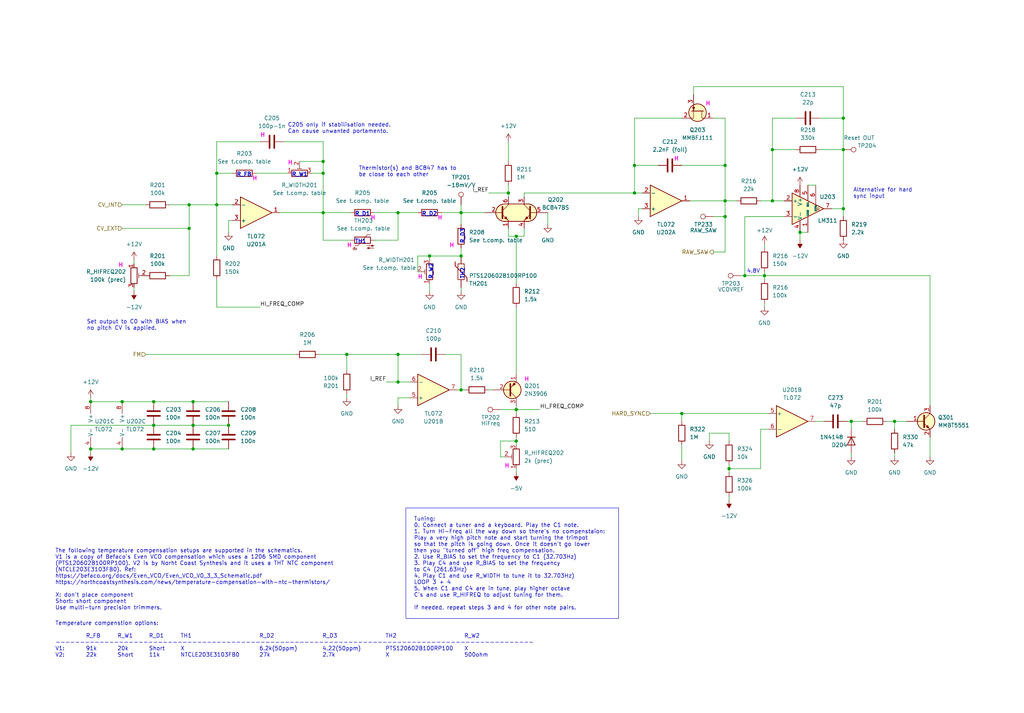
<source format=kicad_sch>
(kicad_sch (version 20231120) (generator "eeschema") (generator_version "8.0")
  (paper "User" 329.997 229.997)
  (title_block (title "VCO Core") (rev "proto v2"))
  (junction (at 69.85 66.04))
  (junction (at 104.14 68.58))
  (junction (at 163.83 62.23))
  (junction (at 219.71 133.35))
  (junction (at 128.27 114.3))
  (junction (at 29.21 129.54))
  (junction (at 60.96 73.66))
  (junction (at 274.32 135.89))
  (junction (at 234.95 151.13))
  (junction (at 104.14 55.88))
  (junction (at 248.92 64.77))
  (junction (at 233.68 69.85))
  (junction (at 39.37 144.78))
  (junction (at 271.78 48.26))
  (junction (at 128.27 123.19))
  (junction (at 49.53 144.78))
  (junction (at 246.38 88.9))
  (junction (at 69.85 55.88))
  (junction (at 73.66 137.16))
  (junction (at 62.23 137.16))
  (junction (at 240.03 88.9))
  (junction (at 257.81 74.93))
  (junction (at 62.23 144.78))
  (junction (at 39.37 129.54))
  (junction (at 60.96 66.04))
  (junction (at 271.78 67.31))
  (junction (at 49.53 137.16))
  (junction (at 166.37 132.08))
  (junction (at 166.37 142.24))
  (junction (at 104.14 52.07))
  (junction (at 148.59 68.58))
  (junction (at 29.21 144.78))
  (junction (at 148.59 125.73))
  (junction (at 248.92 48.26))
  (junction (at 62.23 129.54))
  (junction (at 138.43 82.55))
  (junction (at 271.78 38.1))
  (junction (at 204.47 53.34))
  (junction (at 111.76 114.3))
  (junction (at 204.47 62.23))
  (junction (at 148.59 82.55))
  (junction (at 288.29 135.89))
  (junction (at 128.27 68.58))
  (junction (at 233.68 64.77))
  (junction (at 49.53 129.54))
  (junction (at 233.68 53.34))
  (junction (at 166.37 76.2))
  (wire (pts (xy 54.61 88.9) (xy 60.96 88.9)))
  (wire (pts (xy 43.18 83.82) (xy 43.18 85.09)))
  (wire (pts (xy 228.6 139.7) (xy 234.95 139.7)))
  (wire (pts (xy 248.92 64.77) (xy 252.73 64.77)))
  (wire (pts (xy 104.14 52.07) (xy 104.14 55.88)))
  (wire (pts (xy 49.53 129.54) (xy 62.23 129.54)))
  (wire (pts (xy 204.47 62.23) (xy 207.01 62.23)))
  (wire (pts (xy 246.38 78.74) (xy 246.38 80.01)))
  (wire (pts (xy 233.68 38.1) (xy 233.68 53.34)))
  (wire (pts (xy 143.51 114.3) (xy 148.59 114.3)))
  (wire (pts (xy 234.95 139.7) (xy 234.95 142.24)))
  (wire (pts (xy 264.16 38.1) (xy 271.78 38.1)))
  (wire (pts (xy 69.85 45.72) (xy 69.85 55.88)))
  (wire (pts (xy 69.85 66.04) (xy 69.85 82.55)))
  (wire (pts (xy 22.86 137.16) (xy 49.53 137.16)))
  (wire (pts (xy 166.37 132.08) (xy 166.37 133.35)))
  (wire (pts (xy 69.85 55.88) (xy 69.85 66.04)))
  (wire (pts (xy 102.87 114.3) (xy 111.76 114.3)))
  (wire (pts (xy 233.68 81.28) (xy 229.87 81.28)))
  (wire (pts (xy 176.53 68.58) (xy 176.53 72.39)))
  (wire (pts (xy 246.38 90.17) (xy 246.38 88.9)))
  (wire (pts (xy 209.55 133.35) (xy 219.71 133.35)))
  (wire (pts (xy 238.76 88.9) (xy 240.03 88.9)))
  (wire (pts (xy 104.14 68.58) (xy 113.03 68.58)))
  (wire (pts (xy 248.92 48.26) (xy 248.92 64.77)))
  (wire (pts (xy 124.46 123.19) (xy 128.27 123.19)))
  (wire (pts (xy 168.91 73.66) (xy 168.91 76.2)))
  (wire (pts (xy 240.03 88.9) (xy 246.38 88.9)))
  (wire (pts (xy 128.27 128.27) (xy 128.27 130.81)))
  (wire (pts (xy 271.78 38.1) (xy 271.78 48.26)))
  (wire (pts (xy 233.68 64.77) (xy 237.49 64.77)))
  (wire (pts (xy 234.95 161.29) (xy 234.95 160.02)))
  (wire (pts (xy 43.18 92.71) (xy 43.18 93.98)))
  (wire (pts (xy 163.83 45.72) (xy 163.83 52.07)))
  (wire (pts (xy 240.03 69.85) (xy 240.03 88.9)))
  (wire (pts (xy 228.6 142.24) (xy 228.6 139.7)))
  (wire (pts (xy 299.72 140.97) (xy 299.72 147.32)))
  (wire (pts (xy 49.53 137.16) (xy 62.23 137.16)))
  (wire (pts (xy 135.89 114.3) (xy 128.27 114.3)))
  (wire (pts (xy 271.78 48.26) (xy 271.78 67.31)))
  (wire (pts (xy 138.43 82.55) (xy 148.59 82.55)))
  (wire (pts (xy 257.81 74.93) (xy 260.35 74.93)))
  (wire (pts (xy 168.91 63.5) (xy 168.91 62.23)))
  (wire (pts (xy 161.29 132.08) (xy 166.37 132.08)))
  (wire (pts (xy 111.76 128.27) (xy 111.76 127)))
  (wire (pts (xy 233.68 69.85) (xy 233.68 81.28)))
  (wire (pts (xy 128.27 77.47) (xy 128.27 68.58)))
  (wire (pts (xy 111.76 114.3) (xy 128.27 114.3)))
  (wire (pts (xy 62.23 137.16) (xy 73.66 137.16)))
  (wire (pts (xy 111.76 114.3) (xy 111.76 119.38)))
  (wire (pts (xy 39.37 144.78) (xy 49.53 144.78)))
  (wire (pts (xy 233.68 53.34) (xy 233.68 64.77)))
  (wire (pts (xy 69.85 99.06) (xy 69.85 90.17)))
  (wire (pts (xy 246.38 97.79) (xy 246.38 99.06)))
  (wire (pts (xy 29.21 128.27) (xy 29.21 129.54)))
  (wire (pts (xy 257.81 77.47) (xy 257.81 74.93)))
  (wire (pts (xy 148.59 92.71) (xy 148.59 93.98)))
  (wire (pts (xy 148.59 68.58) (xy 156.21 68.58)))
  (wire (pts (xy 60.96 66.04) (xy 69.85 66.04)))
  (wire (pts (xy 205.74 67.31) (xy 205.74 69.85)))
  (wire (pts (xy 246.38 87.63) (xy 246.38 88.9)))
  (wire (pts (xy 288.29 135.89) (xy 288.29 138.43)))
  (wire (pts (xy 248.92 38.1) (xy 248.92 48.26)))
  (wire (pts (xy 132.08 128.27) (xy 128.27 128.27)))
  (wire (pts (xy 166.37 140.97) (xy 166.37 142.24)))
  (wire (pts (xy 166.37 142.24) (xy 166.37 143.51)))
  (wire (pts (xy 62.23 129.54) (xy 73.66 129.54)))
  (wire (pts (xy 256.54 48.26) (xy 248.92 48.26)))
  (wire (pts (xy 265.43 135.89) (xy 262.89 135.89)))
  (wire (pts (xy 62.23 144.78) (xy 73.66 144.78)))
  (wire (pts (xy 245.11 64.77) (xy 248.92 64.77)))
  (wire (pts (xy 142.24 68.58) (xy 148.59 68.58)))
  (wire (pts (xy 219.71 133.35) (xy 219.71 135.89)))
  (wire (pts (xy 120.65 77.47) (xy 128.27 77.47)))
  (wire (pts (xy 39.37 66.04) (xy 46.99 66.04)))
  (wire (pts (xy 256.54 38.1) (xy 248.92 38.1)))
  (wire (pts (xy 74.93 55.88) (xy 69.85 55.88)))
  (wire (pts (xy 273.05 135.89) (xy 274.32 135.89)))
  (wire (pts (xy 163.83 59.69) (xy 163.83 62.23)))
  (wire (pts (xy 148.59 66.04) (xy 148.59 68.58)))
  (wire (pts (xy 271.78 67.31) (xy 271.78 69.85)))
  (wire (pts (xy 245.11 151.13) (xy 245.11 138.43)))
  (wire (pts (xy 219.71 53.34) (xy 233.68 53.34)))
  (wire (pts (xy 73.66 71.12) (xy 73.66 74.93)))
  (wire (pts (xy 29.21 129.54) (xy 39.37 129.54)))
  (wire (pts (xy 148.59 80.01) (xy 148.59 82.55)))
  (wire (pts (xy 69.85 66.04) (xy 74.93 66.04)))
  (wire (pts (xy 39.37 73.66) (xy 60.96 73.66)))
  (wire (pts (xy 134.62 82.55) (xy 138.43 82.55)))
  (wire (pts (xy 246.38 88.9) (xy 299.72 88.9)))
  (wire (pts (xy 234.95 151.13) (xy 245.11 151.13)))
  (wire (pts (xy 60.96 66.04) (xy 60.96 73.66)))
  (wire (pts (xy 233.68 64.77) (xy 222.25 64.77)))
  (wire (pts (xy 204.47 38.1) (xy 219.71 38.1)))
  (wire (pts (xy 104.14 68.58) (xy 104.14 55.88)))
  (wire (pts (xy 161.29 142.24) (xy 166.37 142.24)))
  (wire (pts (xy 134.62 87.63) (xy 134.62 82.55)))
  (wire (pts (xy 54.61 66.04) (xy 60.96 66.04)))
  (wire (pts (xy 161.29 147.32) (xy 161.29 142.24)))
  (wire (pts (xy 128.27 123.19) (xy 132.08 123.19)))
  (wire (pts (xy 234.95 149.86) (xy 234.95 151.13)))
  (wire (pts (xy 166.37 99.06) (xy 166.37 120.65)))
  (wire (pts (xy 128.27 68.58) (xy 134.62 68.58)))
  (wire (pts (xy 223.52 27.94) (xy 223.52 30.48)))
  (wire (pts (xy 49.53 144.78) (xy 62.23 144.78)))
  (wire (pts (xy 285.75 135.89) (xy 288.29 135.89)))
  (wire (pts (xy 207.01 67.31) (xy 205.74 67.31)))
  (wire (pts (xy 163.83 76.2) (xy 166.37 76.2)))
  (wire (pts (xy 22.86 146.05) (xy 22.86 137.16)))
  (wire (pts (xy 166.37 130.81) (xy 166.37 132.08)))
  (wire (pts (xy 274.32 147.32) (xy 274.32 146.05)))
  (wire (pts (xy 128.27 114.3) (xy 128.27 123.19)))
  (wire (pts (xy 83.82 99.06) (xy 69.85 99.06)))
  (wire (pts (xy 147.32 125.73) (xy 148.59 125.73)))
  (wire (pts (xy 264.16 48.26) (xy 271.78 48.26)))
  (wire (pts (xy 104.14 77.47) (xy 104.14 68.58)))
  (wire (pts (xy 274.32 135.89) (xy 274.32 138.43)))
  (wire (pts (xy 204.47 53.34) (xy 204.47 62.23)))
  (wire (pts (xy 219.71 143.51) (xy 219.71 148.59)))
  (wire (pts (xy 260.35 59.69) (xy 262.89 59.69)))
  (wire (pts (xy 138.43 91.44) (xy 138.43 93.98)))
  (wire (pts (xy 166.37 76.2) (xy 168.91 76.2)))
  (wire (pts (xy 29.21 144.78) (xy 39.37 144.78)))
  (wire (pts (xy 234.95 151.13) (xy 234.95 152.4)))
  (wire (pts (xy 29.21 144.78) (xy 29.21 146.05)))
  (wire (pts (xy 288.29 146.05) (xy 288.29 147.32)))
  (wire (pts (xy 148.59 114.3) (xy 148.59 125.73)))
  (wire (pts (xy 229.87 38.1) (xy 233.68 38.1)))
  (wire (pts (xy 163.83 62.23) (xy 163.83 63.5)))
  (wire (pts (xy 271.78 67.31) (xy 267.97 67.31)))
  (wire (pts (xy 240.03 69.85) (xy 252.73 69.85)))
  (wire (pts (xy 271.78 38.1) (xy 271.78 27.94)))
  (wire (pts (xy 104.14 55.88) (xy 100.33 55.88)))
  (wire (pts (xy 148.59 125.73) (xy 149.86 125.73)))
  (wire (pts (xy 138.43 82.55) (xy 138.43 83.82)))
  (wire (pts (xy 120.65 68.58) (xy 128.27 68.58)))
  (wire (pts (xy 82.55 55.88) (xy 92.71 55.88)))
  (wire (pts (xy 204.47 38.1) (xy 204.47 53.34)))
  (wire (pts (xy 39.37 129.54) (xy 49.53 129.54)))
  (wire (pts (xy 274.32 135.89) (xy 278.13 135.89)))
  (wire (pts (xy 113.03 77.47) (xy 104.14 77.47)))
  (wire (pts (xy 163.83 73.66) (xy 163.83 76.2)))
  (wire (pts (xy 148.59 68.58) (xy 148.59 72.39)))
  (wire (pts (xy 60.96 88.9) (xy 60.96 73.66)))
  (wire (pts (xy 91.44 45.72) (xy 104.14 45.72)))
  (wire (pts (xy 299.72 88.9) (xy 299.72 130.81)))
  (wire (pts (xy 245.11 138.43) (xy 247.65 138.43)))
  (wire (pts (xy 219.71 133.35) (xy 247.65 133.35)))
  (wire (pts (xy 157.48 125.73) (xy 158.75 125.73)))
  (wire (pts (xy 166.37 132.08) (xy 173.99 132.08)))
  (wire (pts (xy 46.99 114.3) (xy 95.25 114.3)))
  (wire (pts (xy 212.09 53.34) (xy 204.47 53.34)))
  (wire (pts (xy 96.52 52.07) (xy 104.14 52.07)))
  (wire (pts (xy 166.37 151.13) (xy 166.37 152.4)))
  (wire (pts (xy 90.17 68.58) (xy 104.14 68.58)))
  (wire (pts (xy 288.29 135.89) (xy 292.1 135.89)))
  (wire (pts (xy 229.87 69.85) (xy 233.68 69.85)))
  (wire (pts (xy 162.56 147.32) (xy 161.29 147.32)))
  (wire (pts (xy 223.52 27.94) (xy 271.78 27.94)))
  (wire (pts (xy 74.93 71.12) (xy 73.66 71.12)))
  (wire (pts (xy 233.68 64.77) (xy 233.68 69.85)))
  (wire (pts (xy 168.91 62.23) (xy 204.47 62.23)))
  (wire (pts (xy 157.48 62.23) (xy 163.83 62.23)))
  (wire (pts (xy 83.82 45.72) (xy 69.85 45.72)))
  (wire (pts (xy 104.14 45.72) (xy 104.14 52.07)))
  (wire (pts (xy 166.37 76.2) (xy 166.37 91.44)))
  (rectangle (start 130.81 163.83) (end 199.39 199.39) (fill (type color) (color 255 255 255 1)))
  (text "H" (at 162.56 151.13 0) (effects (font (size 1.27 1.27) (thickness 0.254) (bold yes)) (justify left bottom)))
  (text "R_D1" (at 114.3 69.85 0) (effects (font (size 1.27 1.27) (thickness 0.254) (bold yes)) (justify left bottom)))
  (text "R_D2" (at 135.89 69.85 0) (effects (font (size 1.27 1.27) (thickness 0.254) (bold yes)) (justify left bottom)))
  (text "H" (at 111.76 80.01 0) (effects (font (size 1.27 1.27) (thickness 0.254) (bold yes)) (justify left bottom)))
  (text "H" (at 92.71 53.34 0) (effects (font (size 1.27 1.27) (thickness 0.254) (bold yes)) (justify left bottom)))
  (text "H" (at 81.28 58.42 0) (effects (font (size 1.27 1.27) (thickness 0.254) (bold yes)) (justify left bottom)))
  (text "The following temperature compensation setups are supported in the schematics.\nV1 is a copy of Befaco's Even VCO compensation which uses a 1206 SMD component \n(PTS120602B100RP100). V2 is by Norht Coast Synthesis and it uses a THT NTC component \n(NTCLE203E3103FB0). Ref:\nhttps://befaco.org/docs/Even_VCO/Even_VCO_V0_3_3_Schematic.pdf\nhttps://northcoastsynthesis.com/news/temperature-compensation-with-ntc-thermistors/\n\nX: don't place component\nShort: short component\nUse multi-turn precision trimmers." (at 17.78 196.85 0) (effects (font (size 1.27 1.27)) (justify left bottom)))
  (text "TH2" (at 149.86 90.17 90) (effects (font (size 1.27 1.27) (thickness 0.254) (bold yes)) (justify left bottom)))
  (text "R_W2" (at 139.7 90.17 90) (effects (font (size 1.27 1.27) (thickness 0.254) (bold yes)) (justify left bottom)))
  (text "H" (at 217.17 52.07 0) (effects (font (size 1.27 1.27) (thickness 0.254) (bold yes)) (justify left bottom)))
  (text "H" (at 38.1 86.36 0) (effects (font (size 1.27 1.27) (thickness 0.254) (bold yes)) (justify left bottom)))
  (text "Set output to C0 with BIAS when\nno pitch CV is applied." (at 27.94 106.68 0) (effects (font (size 1.27 1.27)) (justify left bottom)))
  (text "H" (at 227.33 34.29 0) (effects (font (size 1.27 1.27) (thickness 0.254) (bold yes)) (justify left bottom)))
  (text "R_D3" (at 149.86 78.74 90) (effects (font (size 1.27 1.27) (thickness 0.254) (bold yes)) (justify left bottom)))
  (text "H" (at 168.91 123.19 0) (effects (font (size 1.27 1.27) (thickness 0.254) (bold yes)) (justify left bottom)))
  (text "R_FB" (at 76.2 57.15 0) (effects (font (size 1.27 1.27) (thickness 0.254) (bold yes)) (justify left bottom)))
  (text "Alternative for hard \nsync input" (at 274.955 64.135 0) (effects (font (size 1.27 1.27)) (justify left bottom)))
  (text "TH1" (at 114.3 78.74 0) (effects (font (size 1.27 1.27) (thickness 0.254) (bold yes)) (justify left bottom)))
  (text "R_W1" (at 93.98 57.15 0) (effects (font (size 1.27 1.27) (thickness 0.254) (bold yes)) (justify left bottom)))
  (text "H" (at 144.78 80.01 0) (effects (font (size 1.27 1.27) (thickness 0.254) (bold yes)) (justify left bottom)))
  (text "C205 only if stabilisation needed.\nCan cause unwanted portamento." (at 92.71 43.18 0) (effects (font (size 1.27 1.27)) (justify left bottom)))
  (text "H" (at 83.82 44.45 0) (effects (font (size 1.27 1.27) (thickness 0.254) (bold yes)) (justify left bottom)))
  (text "Thermistor(s) and BC847 has to \nbe close to each other" (at 115.57 57.15 0) (effects (font (size 1.27 1.27)) (justify left bottom)))
  (text "H" (at 134.62 90.17 0) (effects (font (size 1.27 1.27) (thickness 0.254) (bold yes)) (justify left bottom)))
  (text "H" (at 119.38 71.12 0) (effects (font (size 1.27 1.27) (thickness 0.254) (bold yes)) (justify left bottom)))
  (text "4.8V" (at 240.665 88.265 0) (effects (font (size 1.27 1.27)) (justify left bottom)))
  (text "H" (at 140.97 71.12 0) (effects (font (size 1.27 1.27) (thickness 0.254) (bold yes)) (justify left bottom)))
  (text "Tuning:\n0. Connect a tuner and a keyboard. Play the C1 note. \n1. Turn Hi-Freq all the way down so there's no compenstaion:\nPlay a very high pitch note and start turning the trimpot\nso that the pitch is going down. Once it doesn't go lower\nthen you \"turned off\" high freq compensation.\n2. Use R_BIAS to set the frequency to C1 (32.703Hz)\n3. Play C4 and use R_BIAS to set the frequency \nto C4 (261.63Hz)\n4. Play C1 and use R_WIDTH to tune it to 32.703Hz)\nLOOP 3 + 4\n5. When C1 and C4 are in tune, play higher octave \nC's and use R_HIFREQ to adjust tuning for them.\n\nIf needed, repeat steps 3 and 4 for other note pairs." (at 133.35 196.85 0) (effects (font (size 1.27 1.27)) (justify left bottom)))
  (text "Temperature compenstion options:\n\n		R_FB	R_W1	R_D1	TH1					R_D2			R_D3			TH2					R_W2\n--------------------------------------------------------------------------------------------------\nV1: 	91k		20k		Short	X					6.2k(50ppm)		4.22(50ppm)		PTS120602B100RP100	X\nV2: 	22k		Short	11k		NTCLE203E3103FB0	27k				2.7k			X					500ohm\n" (at 17.78 212.09 0) (effects (font (size 1.27 1.27)) (justify left bottom)))
  (label "HI_FREQ_COMP" (at 173.99 132.08 0))
  (label "I_REF" (at 124.46 123.19 180))
  (label "HI_FREQ_COMP" (at 83.82 99.06 0))
  (label "I_REF" (at 157.48 62.23 180))
  (hierarchical_label "HARD_SYNC" (shape input) (at 209.55 133.35 180))
  (hierarchical_label "CV_INT" (shape input) (at 39.37 66.04 180))
  (hierarchical_label "RAW_SAW" (shape output) (at 229.87 81.28 180))
  (hierarchical_label "CV_EXT" (shape input) (at 39.37 73.66 180))
  (hierarchical_label "FM" (shape input) (at 46.99 114.3 180))
  (symbol (lib_id "Device:C") (at 49.53 133.35 0) (unit 1)
    (property "Reference" "C203" (at 53.34 132.08 0) (effects (justify left)))
    (property "Value" "100n" (at 53.34 134.62 0) (effects (justify left)))
    (property "Footprint" "Capacitor_SMD:C_0603_1608Metric" (effects (hide yes)))
    (property "LCSC" "C14663" (effects (hide yes)))
    (instances (project "A-psu-voice-proto-4l" (path "" (reference "C203") (unit 1))) (project "core-rev-3" (path "" (reference "C201") (unit 1)) (path "" (reference "C211") (unit 1))) (project "hog-v2-voice-proto" (path "" (reference "C203") (unit 1))))
  )
  (symbol (lib_id "power:+12V") (at 43.18 83.82 0) (unit 1)
    (property "Reference" "#PWR0381" (effects (hide yes)))
    (property "Value" "+12V" (at 43.18 78.74 0))
    (instances (project "core-rev-3" (path "" (reference "#PWR0380") (unit 1)) (path "" (reference "#PWR0381") (unit 1))))
  )
  (symbol (lib_id "PCM_Transistor_BJT_AKL:BC847") (at 297.18 135.89 0) (unit 1)
    (property "Reference" "Q301" (at 302.26 134.62 0) (effects (justify left)))
    (property "Value" "MMBT5551" (at 302.26 137.16 0) (effects (justify left)))
    (property "Footprint" "Package_TO_SOT_SMD:SOT-23" (effects (hide yes)))
    (property "Datasheet" "https://datasheet.lcsc.com/lcsc/2304140030_Jiangsu-Changjing-Electronics-Technology-Co---Ltd--MMBT5551_C2145.pdf" (effects (hide yes)))
    (property "LCSC" "C2145" (effects (hide yes)))
    (instances (project "A-psu-voice-proto-4l" (path "" (reference "Q301") (unit 1))) (project "core-rev-3" (path "" (reference "Q213") (unit 1)) (path "" (reference "Q214") (unit 1))))
  )
  (symbol (lib_id "Device:R") (at 138.43 68.58 90) (unit 1) (in_bom no)
    (property "Reference" "R205" (at 138.43 62.23 90))
    (property "Value" "See t.comp. table" (at 138.43 64.77 90))
    (property "Footprint" "Shmoergh_Custom_Footprints:R_Axial_DIN0207_L6.3mm_D2.5mm_P7.62mm_Horizontal" (effects (hide yes)))
    (property "Hestore" "https://www.hestore.hu/prod_10020536.html" (effects (hide yes)))
    (instances (project "A-psu-voice-proto-4l" (path "" (reference "R205") (unit 1))) (project "core-rev-3" (path "" (reference "R204") (unit 1)) (path "" (reference "R219") (unit 1))) (project "hog-v2-voice-proto" (path "" (reference "R205") (unit 1))))
  )
  (symbol (lib_id "Device:C") (at 49.53 140.97 0) (unit 1)
    (property "Reference" "C204" (at 53.34 139.7 0) (effects (justify left)))
    (property "Value" "100n" (at 53.34 142.24 0) (effects (justify left)))
    (property "Footprint" "Capacitor_SMD:C_0603_1608Metric" (effects (hide yes)))
    (property "LCSC" "C14663" (effects (hide yes)))
    (instances (project "A-psu-voice-proto-4l" (path "" (reference "C204") (unit 1))) (project "core-rev-3" (path "" (reference "C202") (unit 1)) (path "" (reference "C212") (unit 1))) (project "hog-v2-voice-proto" (path "" (reference "C204") (unit 1))))
  )
  (symbol (lib_id "Connector:TestPoint") (at 271.78 48.26 270) (unit 1) (in_bom no)
    (property "Reference" "TP208" (at 279.4 46.99 90))
    (property "Value" "Reset OUT" (at 276.86 44.45 90))
    (property "Footprint" "TestPoint:TestPoint_THTPad_2.0x2.0mm_Drill1.0mm" (effects (hide yes)))
    (instances (project "core-rev-3" (path "" (reference "TP204") (unit 1)) (path "" (reference "TP208") (unit 1))))
  )
  (symbol (lib_id "power:GND") (at 22.86 146.05 0) (unit 1)
    (property "Reference" "#PWR039" (effects (hide yes)))
    (property "Value" "GND" (at 22.86 151.13 0))
    (instances (project "A-psu-voice-proto-4l" (path "" (reference "#PWR039") (unit 1))) (project "core-rev-3" (path "" (reference "#PWR0212") (unit 1)) (path "" (reference "#PWR0229") (unit 1))) (project "hog-v2-voice-proto" (path "" (reference "#PWR0201") (unit 1))))
  )
  (symbol (lib_id "PCM_Transistor_BJT_AKL:BC847BS") (at 166.37 68.58 0) (unit 1)
    (property "Reference" "Q202" (at 179.07 64.3891 0))
    (property "Value" "BC847BS" (at 179.07 66.9291 0))
    (property "Footprint" "Package_TO_SOT_SMD:SOT-363_SC-70-6" (effects (hide yes)))
    (property "Datasheet" "https://www.tme.eu/Document/82748fbc26f250e671ae2786c3be5a04/BC847BS.115.pdf" (effects (hide yes)))
    (property "LCSC" "C699265" (effects (hide yes)))
    (instances (project "A-psu-voice-proto-4l" (path "" (reference "Q202") (unit 1))) (project "core-rev-3" (path "" (reference "Q202") (unit 1)) (path "" (reference "Q205") (unit 1))) (project "hog-v2-voice-proto" (path "" (reference "Q202") (unit 1))))
  )
  (symbol (lib_id "Device:C") (at 269.24 135.89 90) (unit 1)
    (property "Reference" "C274" (at 269.24 128.27 90))
    (property "Value" "47p" (at 269.24 130.81 90))
    (property "Footprint" "Capacitor_SMD:C_0603_1608Metric" (effects (hide yes)))
    (property "LCSC" "C1671" (effects (hide yes)))
    (instances (project "core-rev-3" (path "" (reference "C273") (unit 1)) (path "" (reference "C274") (unit 1))))
  )
  (symbol (lib_id "Device:C") (at 62.23 133.35 0) (unit 1)
    (property "Reference" "C206" (at 66.04 132.08 0) (effects (justify left)))
    (property "Value" "100n" (at 66.04 134.62 0) (effects (justify left)))
    (property "Footprint" "Capacitor_SMD:C_0603_1608Metric" (effects (hide yes)))
    (property "LCSC" "C14663" (effects (hide yes)))
    (instances (project "A-psu-voice-proto-4l" (path "" (reference "C206") (unit 1))) (project "core-rev-3" (path "" (reference "C203") (unit 1)) (path "" (reference "C213") (unit 1))) (project "hog-v2-voice-proto" (path "" (reference "C206") (unit 1))))
  )
  (symbol (lib_id "power:GND") (at 148.59 93.98 0) (unit 1)
    (property "Reference" "#PWR049" (effects (hide yes)))
    (property "Value" "GND" (at 148.59 99.06 0))
    (instances (project "A-psu-voice-proto-4l" (path "" (reference "#PWR049") (unit 1))) (project "core-rev-3" (path "" (reference "#PWR0216") (unit 1)) (path "" (reference "#PWR0233") (unit 1))) (project "hog-v2-voice-proto" (path "" (reference "#PWR0211") (unit 1))))
  )
  (symbol (lib_id "Device:R") (at 246.38 83.82 180) (unit 1)
    (property "Reference" "R216" (at 248.92 82.55 0) (effects (justify right)))
    (property "Value" "150k" (at 248.92 85.09 0) (effects (justify right)))
    (property "Footprint" "Resistor_SMD:R_0603_1608Metric" (effects (hide yes)))
    (property "LCSC" "C22807" (effects (hide yes)))
    (instances (project "A-psu-voice-proto-4l" (path "" (reference "R216") (unit 1))) (project "core-rev-3" (path "" (reference "R212") (unit 1)) (path "" (reference "R227") (unit 1))) (project "hog-v2-voice-proto" (path "" (reference "R216") (unit 1))))
  )
  (symbol (lib_id "power:GND") (at 176.53 72.39 0) (unit 1)
    (property "Reference" "#PWR055" (effects (hide yes)))
    (property "Value" "GND" (at 176.53 77.47 0))
    (instances (project "A-psu-voice-proto-4l" (path "" (reference "#PWR055") (unit 1))) (project "core-rev-3" (path "" (reference "#PWR0221") (unit 1)) (path "" (reference "#PWR0238") (unit 1))) (project "hog-v2-voice-proto" (path "" (reference "#PWR0217") (unit 1))))
  )
  (symbol (lib_id "Device:R") (at 241.3 64.77 90) (unit 1)
    (property "Reference" "R216" (at 241.3 58.42 90))
    (property "Value" "22k" (at 241.3 60.96 90))
    (property "Footprint" "Resistor_SMD:R_0603_1608Metric" (effects (hide yes)))
    (property "LCSC" "C31850" (effects (hide yes)))
    (instances (project "A-psu-voice-proto-4l" (path "" (reference "R216") (unit 1))) (project "core-rev-3" (path "" (reference "R211") (unit 1)) (path "" (reference "R226") (unit 1))) (project "hog-v2-voice-proto" (path "" (reference "R216") (unit 1))))
  )
  (symbol (lib_id "Device:R_Potentiometer_Trim") (at 166.37 147.32 180) (unit 1) (in_bom no)
    (property "Reference" "R_HIFREQ202" (at 168.91 146.05 0) (effects (justify right)))
    (property "Value" "2k (prec)" (at 168.91 148.59 0) (effects (justify right)))
    (property "Footprint" "Potentiometer_THT:Potentiometer_Bourns_3006P_Horizontal" (effects (hide yes)))
    (property "Arwill" "https://arwill.hu/termekek/passziv-alkatreszek/trimmer-potmeterek/7401/2-2k-helitrimmer-potmeter-198436/" (effects (hide yes)))
    (instances (project "A-psu-voice-proto-4l" (path "" (reference "R_HIFREQ202") (unit 1))) (project "core-rev-3" (path "" (reference "R_HIFREQ201") (unit 1)) (path "" (reference "R_HIFREQ202") (unit 1))) (project "hog-v2-voice-proto" (path "" (reference "R_HIFREQ202") (unit 1))))
  )
  (symbol (lib_id "Device:R") (at 111.76 123.19 180) (unit 1)
    (property "Reference" "R201" (at 106.68 124.46 0))
    (property "Value" "100k" (at 106.68 121.92 0))
    (property "Footprint" "Resistor_SMD:R_0603_1608Metric" (effects (hide yes)))
    (property "LCSC" "C25803" (effects (hide yes)))
    (instances (project "A-psu-voice-proto-4l" (path "" (reference "R201") (unit 1))) (project "core-rev-3" (path "" (reference "R339") (unit 1)) (path "" (reference "R340") (unit 1))) (project "hog-v2-voice-proto" (path "" (reference "R201") (unit 1))))
  )
  (symbol (lib_id "Device:R_Potentiometer_Trim") (at 96.52 55.88 90) (unit 1) (in_bom no)
    (property "Reference" "R_WIDTH201" (at 96.52 59.69 90))
    (property "Value" "See t.comp. table" (at 96.52 62.23 90))
    (property "Footprint" "Potentiometer_THT:Potentiometer_Bourns_3006P_Horizontal" (effects (hide yes)))
    (property "Arwill" "https://arwill.hu/termekek/passziv-alkatreszek/trimmer-potmeterek/7401/20k-helitrimmer-potmeter-850118/" (effects (hide yes)))
    (instances (project "A-psu-voice-proto-4l" (path "" (reference "R_WIDTH201") (unit 1))) (project "core-rev-3" (path "" (reference "R_WIDTH201") (unit 1)) (path "" (reference "R_WIDTH202") (unit 1))) (project "hog-v2-voice-proto" (path "" (reference "R_WIDTH201") (unit 1))))
  )
  (symbol (lib_id "Device:R_Potentiometer_Trim") (at 43.18 88.9 0) (unit 1) (in_bom no)
    (property "Reference" "R_HIFREQ202" (at 40.64 87.63 0) (effects (justify right)))
    (property "Value" "100k (prec)" (at 40.64 90.17 0) (effects (justify right)))
    (property "Footprint" "Potentiometer_THT:Potentiometer_Bourns_3006P_Horizontal" (effects (hide yes)))
    (property "Arwill" "https://arwill.hu/termekek/passziv-alkatreszek/trimmer-potmeterek/7401/2-2k-helitrimmer-potmeter-198436/" (effects (hide yes)))
    (instances (project "A-psu-voice-proto-4l" (path "" (reference "R_HIFREQ202") (unit 1))) (project "core-rev-3" (path "" (reference "R_BIAS203") (unit 1)) (path "" (reference "R_BIAS201") (unit 1))) (project "hog-v2-voice-proto" (path "" (reference "R_HIFREQ202") (unit 1))))
  )
  (symbol (lib_id "Device:R") (at 148.59 76.2 0) (unit 1) (in_bom no)
    (property "Reference" "R208" (at 151.13 74.93 0) (effects (justify left)))
    (property "Value" "See t.comp. table" (at 151.13 77.47 0) (effects (justify left)))
    (property "Footprint" "Shmoergh_Custom_Footprints:R_Axial_DIN0207_L6.3mm_D2.5mm_P7.62mm_Horizontal" (effects (hide yes)))
    (property "Hestore" "https://www.hestore.hu/prod_10034264.html" (effects (hide yes)))
    (property "Mouser" "https://hu.mouser.com/ProductDetail/YAGEO/MFR50SFTE52-4R22?qs=UFD7vfw3J8rJKelB1vtMtA%3D%3D" (effects (hide yes)))
    (instances (project "A-psu-voice-proto-4l" (path "" (reference "R208") (unit 1))) (project "core-rev-3" (path "" (reference "R206") (unit 1)) (path "" (reference "R221") (unit 1))) (project "hog-v2-voice-proto" (path "" (reference "R208") (unit 1))))
  )
  (symbol (lib_id "Amplifier_Operational:TL072") (at 41.91 137.16 0) (unit 3)
    (property "Reference" "U202" (at 40.64 135.89 0) (effects (justify left)))
    (property "Value" "TL072" (at 40.64 138.43 0) (effects (justify left)))
    (property "Footprint" "Package_SO:SOIC-8_3.9x4.9mm_P1.27mm" (effects (hide yes)))
    (property "Datasheet" "http://www.ti.com/lit/ds/symlink/tl071.pdf" (effects (hide yes)))
    (property "LCSC" "C6961" (effects (hide yes)))
    (instances (project "A-psu-voice-proto-4l" (path "" (reference "U202") (unit 3))) (project "core-rev-3" (path "" (reference "U202") (unit 3)) (path "" (reference "U205") (unit 3))) (project "hog-v2-voice-proto" (path "" (reference "U202") (unit 3))))
  )
  (symbol (lib_id "Device:R") (at 234.95 146.05 0) (unit 1)
    (property "Reference" "R325" (at 237.49 144.78 0) (effects (justify left)))
    (property "Value" "10k" (at 237.49 147.32 0) (effects (justify left)))
    (property "Footprint" "Resistor_SMD:R_0603_1608Metric" (effects (hide yes)))
    (property "LCSC" "C25804" (effects (hide yes)))
    (instances (project "core-rev-3" (path "" (reference "R324") (unit 1)) (path "" (reference "R325") (unit 1))))
  )
  (symbol (lib_id "Device:R") (at 166.37 137.16 0) (unit 1)
    (property "Reference" "R213" (at 168.91 135.89 0) (effects (justify left)))
    (property "Value" "510" (at 168.91 138.43 0) (effects (justify left)))
    (property "Footprint" "Resistor_SMD:R_0603_1608Metric" (effects (hide yes)))
    (property "LCSC" "C23193" (effects (hide yes)))
    (instances (project "A-psu-voice-proto-4l" (path "" (reference "R213") (unit 1))) (project "core-rev-3" (path "" (reference "R210") (unit 1)) (path "" (reference "R225") (unit 1))) (project "hog-v2-voice-proto" (path "" (reference "R213") (unit 1))))
  )
  (symbol (lib_id "power:-12V") (at 29.21 146.05 180) (unit 1)
    (property "Reference" "#PWR041" (effects (hide yes)))
    (property "Value" "-12V" (at 29.21 151.13 0))
    (instances (project "A-psu-voice-proto-4l" (path "" (reference "#PWR041") (unit 1))) (project "core-rev-3" (path "" (reference "#PWR0214") (unit 1)) (path "" (reference "#PWR0231") (unit 1))) (project "hog-v2-voice-proto" (path "" (reference "#PWR0203") (unit 1))))
  )
  (symbol (lib_id "Device:R") (at 78.74 55.88 90) (unit 1) (in_bom no)
    (property "Reference" "R203" (at 78.74 49.53 90))
    (property "Value" "See t.comp. table" (at 78.74 52.07 90))
    (property "Footprint" "Shmoergh_Custom_Footprints:R_Axial_DIN0207_L6.3mm_D2.5mm_P7.62mm_Horizontal" (effects (hide yes)))
    (property "Hestore" "https://www.hestore.hu/prod_10020570.html" (effects (hide yes)))
    (instances (project "A-psu-voice-proto-4l" (path "" (reference "R203") (unit 1))) (project "core-rev-3" (path "" (reference "R203") (unit 1)) (path "" (reference "R218") (unit 1))) (project "hog-v2-voice-proto" (path "" (reference "R203") (unit 1))))
  )
  (symbol (lib_id "Connector:TestPoint") (at 161.29 132.08 90) (unit 1) (in_bom no)
    (property "Reference" "TP206" (at 158.115 134.62 90))
    (property "Value" "HiFreq" (at 158.115 136.525 90))
    (property "Footprint" "TestPoint:TestPoint_THTPad_2.0x2.0mm_Drill1.0mm" (effects (hide yes)))
    (instances (project "core-rev-3" (path "" (reference "TP202") (unit 1)) (path "" (reference "TP206") (unit 1))))
  )
  (symbol (lib_id "power:+12V") (at 163.83 45.72 0) (unit 1)
    (property "Reference" "#PWR054" (effects (hide yes)))
    (property "Value" "+12V" (at 163.83 40.64 0))
    (instances (project "A-psu-voice-proto-4l" (path "" (reference "#PWR054") (unit 1))) (project "core-rev-3" (path "" (reference "#PWR0220") (unit 1)) (path "" (reference "#PWR0237") (unit 1))) (project "hog-v2-voice-proto" (path "" (reference "#PWR0216") (unit 1))))
  )
  (symbol (lib_id "power:-12V") (at 234.95 161.29 180) (unit 1)
    (property "Reference" "#PWR0389" (effects (hide yes)))
    (property "Value" "-12V" (at 234.95 166.37 0))
    (instances (project "core-rev-3" (path "" (reference "#PWR0388") (unit 1)) (path "" (reference "#PWR0389") (unit 1))))
  )
  (symbol (lib_id "power:-12V") (at 257.81 77.47 180) (unit 1)
    (property "Reference" "#PWR041" (effects (hide yes)))
    (property "Value" "-12V" (at 257.81 82.55 0))
    (instances (project "A-psu-voice-proto-4l" (path "" (reference "#PWR041") (unit 1))) (project "core-rev-3" (path "" (reference "#PWR0226") (unit 1)) (path "" (reference "#PWR0243") (unit 1))) (project "hog-v2-voice-proto" (path "" (reference "#PWR0203") (unit 1))))
  )
  (symbol (lib_id "Device:C") (at 139.7 114.3 90) (unit 1)
    (property "Reference" "C210" (at 139.7 106.68 90))
    (property "Value" "100p" (at 139.7 109.22 90))
    (property "Footprint" "Capacitor_SMD:C_0603_1608Metric" (effects (hide yes)))
    (property "LCSC" "C14858" (effects (hide yes)))
    (instances (project "A-psu-voice-proto-4l" (path "" (reference "C210") (unit 1))) (project "core-rev-3" (path "" (reference "C208") (unit 1)) (path "" (reference "C218") (unit 1))) (project "hog-v2-voice-proto" (path "" (reference "C210") (unit 1))))
  )
  (symbol (lib_id "power:+12V") (at 29.21 128.27 0) (unit 1)
    (property "Reference" "#PWR040" (effects (hide yes)))
    (property "Value" "+12V" (at 29.21 123.19 0))
    (instances (project "A-psu-voice-proto-4l" (path "" (reference "#PWR040") (unit 1))) (project "core-rev-3" (path "" (reference "#PWR0213") (unit 1)) (path "" (reference "#PWR0230") (unit 1))) (project "hog-v2-voice-proto" (path "" (reference "#PWR0202") (unit 1))))
  )
  (symbol (lib_id "Device:C") (at 215.9 53.34 90) (unit 1) (in_bom no)
    (property "Reference" "C212" (at 215.9 45.72 90))
    (property "Value" "2.2nF (foil)" (at 215.9 48.26 90))
    (property "Footprint" "Capacitor_THT:C_Rect_L7.2mm_W2.5mm_P5.00mm_FKS2_FKP2_MKS2_MKP2" (effects (hide yes)))
    (property "Hestore" "https://www.hestore.hu/prod_10022498.html" (effects (hide yes)))
    (instances (project "A-psu-voice-proto-4l" (path "" (reference "C212") (unit 1))) (project "core-rev-3" (path "" (reference "C209") (unit 1)) (path "" (reference "C219") (unit 1))) (project "hog-v2-voice-proto" (path "" (reference "C212") (unit 1))))
  )
  (symbol (lib_id "Amplifier_Operational:TL072") (at 214.63 64.77 0) (mirror x) (unit 1)
    (property "Reference" "U202" (at 214.63 74.93 0))
    (property "Value" "TL072" (at 214.63 72.39 0))
    (property "Footprint" "Package_SO:SOIC-8_3.9x4.9mm_P1.27mm" (effects (hide yes)))
    (property "Datasheet" "http://www.ti.com/lit/ds/symlink/tl071.pdf" (effects (hide yes)))
    (property "LCSC" "C6961" (effects (hide yes)))
    (instances (project "A-psu-voice-proto-4l" (path "" (reference "U202") (unit 1))) (project "core-rev-3" (path "" (reference "U202") (unit 1)) (path "" (reference "U205") (unit 1))) (project "hog-v2-voice-proto" (path "" (reference "U202") (unit 1))))
  )
  (symbol (lib_id "Device:R") (at 50.8 66.04 90) (unit 1)
    (property "Reference" "R201" (at 50.8 59.69 90))
    (property "Value" "100k" (at 50.8 62.23 90))
    (property "Footprint" "Resistor_SMD:R_0603_1608Metric" (effects (hide yes)))
    (property "LCSC" "C25803" (effects (hide yes)))
    (instances (project "A-psu-voice-proto-4l" (path "" (reference "R201") (unit 1))) (project "core-rev-3" (path "" (reference "R201") (unit 1)) (path "" (reference "R216") (unit 1))) (project "hog-v2-voice-proto" (path "" (reference "R201") (unit 1))))
  )
  (symbol (lib_id "Amplifier_Operational:TL072") (at 82.55 68.58 0) (mirror x) (unit 1)
    (property "Reference" "U201" (at 82.55 78.74 0))
    (property "Value" "TL072" (at 82.55 76.2 0))
    (property "Footprint" "Package_SO:SOIC-8_3.9x4.9mm_P1.27mm" (effects (hide yes)))
    (property "Datasheet" "http://www.ti.com/lit/ds/symlink/tl071.pdf" (effects (hide yes)))
    (property "LCSC" "C6961" (effects (hide yes)))
    (instances (project "A-psu-voice-proto-4l" (path "" (reference "U201") (unit 1))) (project "core-rev-3" (path "" (reference "U201") (unit 1)) (path "" (reference "U204") (unit 1))) (project "hog-v2-voice-proto" (path "" (reference "U201") (unit 1))))
  )
  (symbol (lib_id "Connector:TestPoint") (at 238.76 88.9 90) (unit 1) (in_bom no)
    (property "Reference" "TP207" (at 235.585 91.44 90))
    (property "Value" "VCOVREF" (at 235.585 93.345 90))
    (property "Footprint" "TestPoint:TestPoint_THTPad_2.0x2.0mm_Drill1.0mm" (effects (hide yes)))
    (instances (project "core-rev-3" (path "" (reference "TP203") (unit 1)) (path "" (reference "TP207") (unit 1))))
  )
  (symbol (lib_id "Device:R") (at 271.78 73.66 0) (unit 1)
    (property "Reference" "R219" (at 274.32 72.39 0) (effects (justify left)))
    (property "Value" "2.2k" (at 274.32 74.93 0) (effects (justify left)))
    (property "Footprint" "Resistor_SMD:R_0603_1608Metric" (effects (hide yes)))
    (property "LCSC" "C4190" (effects (hide yes)))
    (instances (project "A-psu-voice-proto-4l" (path "" (reference "R219") (unit 1))) (project "core-rev-3" (path "" (reference "R215") (unit 1)) (path "" (reference "R230") (unit 1))) (project "hog-v2-voice-proto" (path "" (reference "R219") (unit 1))))
  )
  (symbol (lib_id "Comparator:LM311") (at 260.35 67.31 0) (unit 1)
    (property "Reference" "U206" (at 266.7 63.5 0))
    (property "Value" "LM311" (at 266.7 71.12 0))
    (property "Footprint" "Package_SO:SOIC-8_3.9x4.9mm_P1.27mm" (effects (hide yes)))
    (property "Datasheet" "https://www.st.com/resource/en/datasheet/lm311.pdf" (effects (hide yes)))
    (property "LCSC" "C12597" (effects (hide yes)))
    (instances (project "core-rev-3" (path "" (reference "U203") (unit 1)) (path "" (reference "U206") (unit 1))))
  )
  (symbol (lib_id "Device:Thermistor") (at 148.59 87.63 0) (unit 1) (in_bom no)
    (property "Reference" "TH201" (at 151.13 91.44 0) (effects (justify left)))
    (property "Value" "PTS120602B100RP100" (at 151.13 88.9 0) (effects (justify left)))
    (property "Footprint" "Resistor_SMD:R_1206_3216Metric_Pad1.30x1.75mm_HandSolder" (effects (hide yes)))
    (property "Mouser" "https://hu.mouser.com/ProductDetail/594-PTS120601B100RP" (effects (hide yes)))
    (instances (project "A-psu-voice-proto-4l" (path "" (reference "TH201") (unit 1))) (project "core-rev-3" (path "" (reference "TH201") (unit 1)) (path "" (reference "TH202") (unit 1))) (project "hog-v2-voice-proto" (path "" (reference "TH201") (unit 1))))
  )
  (symbol (lib_id "PCM_Transistor_BJT_AKL:2N3906") (at 163.83 125.73 0) (unit 1) (in_bom no)
    (property "Reference" "Q201" (at 168.91 124.46 0) (effects (justify left)))
    (property "Value" "2N3906" (at 168.91 127 0) (effects (justify left)))
    (property "Footprint" "Package_TO_SOT_THT:TO-92L_Inline_Wide" (effects (hide yes)))
    (property "Datasheet" "https://www.tme.eu/Document/1d69ece8147fa5a64114d103f531c790/2N3906BU.pdf" (effects (hide yes)))
    (instances (project "A-psu-voice-proto-4l" (path "" (reference "Q201") (unit 1))) (project "core-rev-3" (path "" (reference "Q201") (unit 1)) (path "" (reference "Q204") (unit 1))) (project "hog-v2-voice-proto" (path "" (reference "Q201") (unit 1))))
  )
  (symbol (lib_id "power:GND") (at 73.66 74.93 0) (unit 1)
    (property "Reference" "#PWR048" (effects (hide yes)))
    (property "Value" "GND" (at 73.66 80.01 0))
    (instances (project "A-psu-voice-proto-4l" (path "" (reference "#PWR048") (unit 1))) (project "core-rev-3" (path "" (reference "#PWR0215") (unit 1)) (path "" (reference "#PWR0232") (unit 1))) (project "hog-v2-voice-proto" (path "" (reference "#PWR0210") (unit 1))))
  )
  (symbol (lib_id "power:GND") (at 219.71 148.59 0) (unit 1)
    (property "Reference" "#PWR0385" (effects (hide yes)))
    (property "Value" "GND" (at 219.71 153.67 0))
    (instances (project "core-rev-3" (path "" (reference "#PWR0384") (unit 1)) (path "" (reference "#PWR0385") (unit 1))))
  )
  (symbol (lib_id "Connector:TestPoint") (at 148.59 66.04 0) (unit 1) (in_bom no)
    (property "Reference" "TP205" (at 148.59 57.15 0))
    (property "Value" "-18mV/V" (at 148.59 59.69 0))
    (property "Footprint" "TestPoint:TestPoint_THTPad_2.0x2.0mm_Drill1.0mm" (effects (hide yes)))
    (instances (project "core-rev-3" (path "" (reference "TP201") (unit 1)) (path "" (reference "TP205") (unit 1))))
  )
  (symbol (lib_id "power:GND") (at 228.6 142.24 0) (unit 1)
    (property "Reference" "#PWR0387" (effects (hide yes)))
    (property "Value" "GND" (at 228.6 147.32 0))
    (instances (project "core-rev-3" (path "" (reference "#PWR0386") (unit 1)) (path "" (reference "#PWR0387") (unit 1))))
  )
  (symbol (lib_id "Device:R") (at 281.94 135.89 90) (unit 1)
    (property "Reference" "R201" (at 281.94 129.54 90))
    (property "Value" "100k" (at 281.94 132.08 90))
    (property "Footprint" "Resistor_SMD:R_0603_1608Metric" (effects (hide yes)))
    (property "LCSC" "C25803" (effects (hide yes)))
    (instances (project "A-psu-voice-proto-4l" (path "" (reference "R201") (unit 1))) (project "core-rev-3" (path "" (reference "R328") (unit 1)) (path "" (reference "R329") (unit 1))) (project "hog-v2-voice-proto" (path "" (reference "R201") (unit 1))))
  )
  (symbol (lib_id "Device:R_Potentiometer_Trim") (at 138.43 87.63 180) (unit 1) (in_bom no)
    (property "Reference" "R_WIDTH201" (at 121.92 83.82 0) (effects (justify right)))
    (property "Value" "See t.comp. table" (at 116.84 86.36 0) (effects (justify right)))
    (property "Footprint" "Potentiometer_THT:Potentiometer_Bourns_3006P_Horizontal" (effects (hide yes)))
    (property "Arwill" "https://arwill.hu/termekek/passziv-alkatreszek/trimmer-potmeterek/7401/20k-helitrimmer-potmeter-850118/" (effects (hide yes)))
    (instances (project "A-psu-voice-proto-4l" (path "" (reference "R_WIDTH201") (unit 1))) (project "core-rev-3" (path "" (reference "R_WIDTH203") (unit 1)) (path "" (reference "R_WIDTH204") (unit 1))) (project "hog-v2-voice-proto" (path "" (reference "R_WIDTH201") (unit 1))))
  )
  (symbol (lib_id "Device:R") (at 116.84 68.58 90) (unit 1) (in_bom no)
    (property "Reference" "R205" (at 116.84 62.23 90))
    (property "Value" "See t.comp. table" (at 116.84 64.77 90))
    (property "Footprint" "Shmoergh_Custom_Footprints:R_Axial_DIN0207_L6.3mm_D2.5mm_P7.62mm_Horizontal" (effects (hide yes)))
    (property "Hestore" "https://www.hestore.hu/prod_10020536.html" (effects (hide yes)))
    (instances (project "A-psu-voice-proto-4l" (path "" (reference "R205") (unit 1))) (project "core-rev-3" (path "" (reference "R275") (unit 1)) (path "" (reference "R276") (unit 1))) (project "hog-v2-voice-proto" (path "" (reference "R205") (unit 1))))
  )
  (symbol (lib_id "power:GND") (at 205.74 69.85 0) (unit 1)
    (property "Reference" "#PWR058" (effects (hide yes)))
    (property "Value" "GND" (at 205.74 74.93 0))
    (instances (project "A-psu-voice-proto-4l" (path "" (reference "#PWR058") (unit 1))) (project "core-rev-3" (path "" (reference "#PWR0222") (unit 1)) (path "" (reference "#PWR0239") (unit 1))) (project "hog-v2-voice-proto" (path "" (reference "#PWR0220") (unit 1))))
  )
  (symbol (lib_id "Device:R") (at 50.8 88.9 90) (unit 1)
    (property "Reference" "R201" (at 50.8 82.55 90))
    (property "Value" "100k" (at 50.8 85.09 90))
    (property "Footprint" "Resistor_SMD:R_0603_1608Metric" (effects (hide yes)))
    (property "LCSC" "C25803" (effects (hide yes)))
    (instances (project "A-psu-voice-proto-4l" (path "" (reference "R201") (unit 1))) (project "core-rev-3" (path "" (reference "R318") (unit 1)) (path "" (reference "R319") (unit 1))) (project "hog-v2-voice-proto" (path "" (reference "R201") (unit 1))))
  )
  (symbol (lib_id "power:-12V") (at 43.18 93.98 180) (unit 1)
    (property "Reference" "#PWR0383" (effects (hide yes)))
    (property "Value" "-12V" (at 43.18 99.06 0))
    (instances (project "core-rev-3" (path "" (reference "#PWR0382") (unit 1)) (path "" (reference "#PWR0383") (unit 1))))
  )
  (symbol (lib_id "power:GND") (at 288.29 147.32 0) (unit 1)
    (property "Reference" "#PWR0393" (effects (hide yes)))
    (property "Value" "GND" (at 288.29 152.4 0))
    (instances (project "core-rev-3" (path "" (reference "#PWR0392") (unit 1)) (path "" (reference "#PWR0393") (unit 1))))
  )
  (symbol (lib_id "Amplifier_Operational:TL072") (at 31.75 137.16 0) (unit 3)
    (property "Reference" "U201" (at 30.48 135.89 0) (effects (justify left)))
    (property "Value" "TL072" (at 30.48 138.43 0) (effects (justify left)))
    (property "Footprint" "Package_SO:SOIC-8_3.9x4.9mm_P1.27mm" (effects (hide yes)))
    (property "Datasheet" "http://www.ti.com/lit/ds/symlink/tl071.pdf" (effects (hide yes)))
    (property "LCSC" "C6961" (effects (hide yes)))
    (instances (project "A-psu-voice-proto-4l" (path "" (reference "U201") (unit 3))) (project "core-rev-3" (path "" (reference "U201") (unit 3)) (path "" (reference "U204") (unit 3))) (project "hog-v2-voice-proto" (path "" (reference "U201") (unit 3))))
  )
  (symbol (lib_id "power:+12V") (at 257.81 59.69 0) (unit 1)
    (property "Reference" "#PWR060" (effects (hide yes)))
    (property "Value" "+12V" (at 257.81 54.61 0))
    (instances (project "A-psu-voice-proto-4l" (path "" (reference "#PWR060") (unit 1))) (project "core-rev-3" (path "" (reference "#PWR0225") (unit 1)) (path "" (reference "#PWR0242") (unit 1))) (project "hog-v2-voice-proto" (path "" (reference "#PWR0222") (unit 1))))
  )
  (symbol (lib_id "Device:R") (at 166.37 95.25 0) (unit 1)
    (property "Reference" "R212" (at 168.91 93.98 0) (effects (justify left)))
    (property "Value" "1.5k" (at 168.91 96.52 0) (effects (justify left)))
    (property "Footprint" "Resistor_SMD:R_0603_1608Metric" (effects (hide yes)))
    (property "LCSC" "C22843" (effects (hide yes)))
    (instances (project "A-psu-voice-proto-4l" (path "" (reference "R212") (unit 1))) (project "core-rev-3" (path "" (reference "R209") (unit 1)) (path "" (reference "R224") (unit 1))) (project "hog-v2-voice-proto" (path "" (reference "R212") (unit 1))))
  )
  (symbol (lib_id "Device:R") (at 69.85 86.36 0) (unit 1)
    (property "Reference" "R202" (at 72.39 85.09 0) (effects (justify left)))
    (property "Value" "150k" (at 72.39 87.63 0) (effects (justify left)))
    (property "Footprint" "Resistor_SMD:R_0603_1608Metric" (effects (hide yes)))
    (property "LCSC" "C22807" (effects (hide yes)))
    (instances (project "A-psu-voice-proto-4l" (path "" (reference "R202") (unit 1))) (project "core-rev-3" (path "" (reference "R202") (unit 1)) (path "" (reference "R217") (unit 1))) (project "hog-v2-voice-proto" (path "" (reference "R202") (unit 1))))
  )
  (symbol (lib_id "Device:R") (at 234.95 156.21 0) (unit 1)
    (property "Reference" "R327" (at 237.49 154.94 0) (effects (justify left)))
    (property "Value" "100k" (at 237.49 157.48 0) (effects (justify left)))
    (property "Footprint" "Resistor_SMD:R_0603_1608Metric" (effects (hide yes)))
    (property "LCSC" "C25803" (effects (hide yes)))
    (instances (project "core-rev-3" (path "" (reference "R326") (unit 1)) (path "" (reference "R327") (unit 1))))
  )
  (symbol (lib_id "power:GND") (at 138.43 93.98 0) (unit 1)
    (property "Reference" "#PWR049" (effects (hide yes)))
    (property "Value" "GND" (at 138.43 99.06 0))
    (instances (project "A-psu-voice-proto-4l" (path "" (reference "#PWR049") (unit 1))) (project "core-rev-3" (path "" (reference "#PWR0218") (unit 1)) (path "" (reference "#PWR0228") (unit 1))) (project "hog-v2-voice-proto" (path "" (reference "#PWR0211") (unit 1))))
  )
  (symbol (lib_id "Device:C") (at 260.35 38.1 90) (unit 1)
    (property "Reference" "C213" (at 260.35 30.48 90))
    (property "Value" "22p" (at 260.35 33.02 90))
    (property "Footprint" "Capacitor_SMD:C_0603_1608Metric" (effects (hide yes)))
    (property "LCSC" "C1653" (effects (hide yes)))
    (instances (project "A-psu-voice-proto-4l" (path "" (reference "C213") (unit 1))) (project "core-rev-3" (path "" (reference "C210") (unit 1)) (path "" (reference "C220") (unit 1))) (project "hog-v2-voice-proto" (path "" (reference "C213") (unit 1))))
  )
  (symbol (lib_id "Device:R") (at 246.38 93.98 180) (unit 1)
    (property "Reference" "R216" (at 248.92 92.71 0) (effects (justify right)))
    (property "Value" "100k" (at 248.92 95.25 0) (effects (justify right)))
    (property "Footprint" "Resistor_SMD:R_0603_1608Metric" (effects (hide yes)))
    (property "LCSC" "C25803" (effects (hide yes)))
    (instances (project "A-psu-voice-proto-4l" (path "" (reference "R216") (unit 1))) (project "core-rev-3" (path "" (reference "R213") (unit 1)) (path "" (reference "R228") (unit 1))) (project "hog-v2-voice-proto" (path "" (reference "R216") (unit 1))))
  )
  (symbol (lib_id "Device:R") (at 163.83 55.88 0) (unit 1)
    (property "Reference" "R211" (at 166.37 54.61 0) (effects (justify left)))
    (property "Value" "1M" (at 166.37 57.15 0) (effects (justify left)))
    (property "Footprint" "Resistor_SMD:R_0603_1608Metric" (effects (hide yes)))
    (property "LCSC" "C22935" (effects (hide yes)))
    (instances (project "A-psu-voice-proto-4l" (path "" (reference "R211") (unit 1))) (project "core-rev-3" (path "" (reference "R208") (unit 1)) (path "" (reference "R223") (unit 1))) (project "hog-v2-voice-proto" (path "" (reference "R211") (unit 1))))
  )
  (symbol (lib_id "Device:R") (at 260.35 48.26 90) (unit 1)
    (property "Reference" "R218" (at 260.35 41.91 90))
    (property "Value" "330k" (at 260.35 44.45 90))
    (property "Footprint" "Resistor_SMD:R_0603_1608Metric" (effects (hide yes)))
    (property "LCSC" "C23137" (effects (hide yes)))
    (instances (project "A-psu-voice-proto-4l" (path "" (reference "R218") (unit 1))) (project "core-rev-3" (path "" (reference "R214") (unit 1)) (path "" (reference "R229") (unit 1))) (project "hog-v2-voice-proto" (path "" (reference "R218") (unit 1))))
  )
  (symbol (lib_id "power:GND") (at 128.27 130.81 0) (unit 1)
    (property "Reference" "#PWR051" (effects (hide yes)))
    (property "Value" "GND" (at 128.27 135.89 0))
    (instances (project "A-psu-voice-proto-4l" (path "" (reference "#PWR051") (unit 1))) (project "core-rev-3" (path "" (reference "#PWR0217") (unit 1)) (path "" (reference "#PWR0234") (unit 1))) (project "hog-v2-voice-proto" (path "" (reference "#PWR0213") (unit 1))))
  )
  (symbol (lib_id "Device:C") (at 73.66 140.97 0) (unit 1)
    (property "Reference" "C209" (at 77.47 139.7 0) (effects (justify left)))
    (property "Value" "100n" (at 77.47 142.24 0) (effects (justify left)))
    (property "Footprint" "Capacitor_SMD:C_0603_1608Metric" (effects (hide yes)))
    (property "LCSC" "C14663" (effects (hide yes)))
    (instances (project "A-psu-voice-proto-4l" (path "" (reference "C209") (unit 1))) (project "core-rev-3" (path "" (reference "C206") (unit 1)) (path "" (reference "C216") (unit 1))) (project "hog-v2-voice-proto" (path "" (reference "C209") (unit 1))))
  )
  (symbol (lib_id "Device:Thermistor_NTC") (at 116.84 77.47 90) (unit 1) (in_bom no)
    (property "Reference" "TH204" (at 117.1575 71.12 90))
    (property "Value" "See t.comp. table" (at 117.1575 73.66 90))
    (property "Footprint" "Package_TO_SOT_THT:TO-92-2" (effects (hide yes)))
    (instances (project "core-rev-3" (path "" (reference "TH203") (unit 1)) (path "" (reference "TH204") (unit 1))))
  )
  (symbol (lib_id "Device:R") (at 153.67 125.73 90) (unit 1)
    (property "Reference" "R210" (at 153.67 119.38 90))
    (property "Value" "1.5k" (at 153.67 121.92 90))
    (property "Footprint" "Resistor_SMD:R_0603_1608Metric" (effects (hide yes)))
    (property "LCSC" "C22843" (effects (hide yes)))
    (instances (project "A-psu-voice-proto-4l" (path "" (reference "R210") (unit 1))) (project "core-rev-3" (path "" (reference "R207") (unit 1)) (path "" (reference "R222") (unit 1))) (project "hog-v2-voice-proto" (path "" (reference "R210") (unit 1))))
  )
  (symbol (lib_id "power:GND") (at 246.38 99.06 0) (unit 1)
    (property "Reference" "#PWR0241" (effects (hide yes)))
    (property "Value" "GND" (at 246.38 104.14 0))
    (instances (project "core-rev-3" (path "" (reference "#PWR0224") (unit 1)) (path "" (reference "#PWR0241") (unit 1))))
  )
  (symbol (lib_id "power:GND") (at 274.32 147.32 0) (unit 1)
    (property "Reference" "#PWR0391" (effects (hide yes)))
    (property "Value" "GND" (at 274.32 152.4 0))
    (instances (project "core-rev-3" (path "" (reference "#PWR0390") (unit 1)) (path "" (reference "#PWR0391") (unit 1))))
  )
  (symbol (lib_id "Amplifier_Operational:TL072") (at 255.27 135.89 0) (unit 2)
    (property "Reference" "U201" (at 255.27 125.73 0))
    (property "Value" "TL072" (at 255.27 128.27 0))
    (property "Footprint" "Package_SO:SOIC-8_3.9x4.9mm_P1.27mm" (effects (hide yes)))
    (property "Datasheet" "http://www.ti.com/lit/ds/symlink/tl071.pdf" (effects (hide yes)))
    (property "LCSC" "C6961" (effects (hide yes)))
    (instances (project "A-psu-voice-proto-4l" (path "" (reference "U201") (unit 2))) (project "core-rev-3" (path "" (reference "U202") (unit 2)) (path "" (reference "U205") (unit 2))) (project "hog-v2-voice-proto" (path "" (reference "U201") (unit 2))))
  )
  (symbol (lib_id "Device:C") (at 87.63 45.72 90) (unit 1) (in_bom no)
    (property "Reference" "C205" (at 87.63 38.1 90))
    (property "Value" "100p-1n" (at 87.63 40.64 90))
    (property "Footprint" "Capacitor_THT:C_Disc_D3.0mm_W1.6mm_P2.50mm" (effects (hide yes)))
    (instances (project "A-psu-voice-proto-4l" (path "" (reference "C205") (unit 1))) (project "core-rev-3" (path "" (reference "C207") (unit 1)) (path "" (reference "C217") (unit 1))) (project "hog-v2-voice-proto" (path "" (reference "C205") (unit 1))))
  )
  (symbol (lib_id "Amplifier_Operational:TL072") (at 139.7 125.73 0) (mirror x) (unit 2)
    (property "Reference" "U201" (at 139.7 135.89 0))
    (property "Value" "TL072" (at 139.7 133.35 0))
    (property "Footprint" "Package_SO:SOIC-8_3.9x4.9mm_P1.27mm" (effects (hide yes)))
    (property "Datasheet" "http://www.ti.com/lit/ds/symlink/tl071.pdf" (effects (hide yes)))
    (property "LCSC" "C6961" (effects (hide yes)))
    (instances (project "A-psu-voice-proto-4l" (path "" (reference "U201") (unit 2))) (project "core-rev-3" (path "" (reference "U201") (unit 2)) (path "" (reference "U204") (unit 2))) (project "hog-v2-voice-proto" (path "" (reference "U201") (unit 2))))
  )
  (symbol (lib_id "power:GND") (at 111.76 128.27 0) (unit 1)
    (property "Reference" "#PWR0370" (effects (hide yes)))
    (property "Value" "GND" (at 111.76 133.35 0))
    (instances (project "core-rev-3" (path "" (reference "#PWR0369") (unit 1)) (path "" (reference "#PWR0370") (unit 1))))
  )
  (symbol (lib_id "Device:R") (at 99.06 114.3 90) (unit 1)
    (property "Reference" "R206" (at 99.06 107.95 90))
    (property "Value" "1M" (at 99.06 110.49 90))
    (property "Footprint" "Resistor_SMD:R_0603_1608Metric" (effects (hide yes)))
    (property "LCSC" "C22935" (effects (hide yes)))
    (instances (project "A-psu-voice-proto-4l" (path "" (reference "R206") (unit 1))) (project "core-rev-3" (path "" (reference "R205") (unit 1)) (path "" (reference "R220") (unit 1))) (project "hog-v2-voice-proto" (path "" (reference "R206") (unit 1))))
  )
  (symbol (lib_id "Device:D") (at 274.32 142.24 90) (mirror x) (unit 1)
    (property "Reference" "D204" (at 270.51 143.51 90))
    (property "Value" "1N4148" (at 267.97 140.97 90))
    (property "Footprint" "Diode_SMD:D_SOD-123" (effects (hide yes)))
    (property "Sim.Device" "D" (effects (hide yes)))
    (property "Sim.Pins" "1=K 2=A" (effects (hide yes)))
    (property "LCSC" "C81598" (effects (hide yes)))
    (instances (project "A-psu-voice-proto-4l" (path "" (reference "D204") (unit 1))) (project "core-rev-3" (path "" (reference "D216") (unit 1)) (path "" (reference "D217") (unit 1)) (path "" (reference "D211") (unit 1))) (project "hog-v2-voice-proto" (path "" (reference "D204") (unit 1))))
  )
  (symbol (lib_id "PCM_Transistor_JFET_AKL:MMBFJ111") (at 224.79 35.56 270) (unit 1) (in_bom no)
    (property "Reference" "Q206" (at 224.79 41.91 90))
    (property "Value" "MMBFJ111" (at 224.79 44.45 90))
    (property "Footprint" "PCM_Package_TO_SOT_SMD_AKL:SOT-23_Handsoldering" (effects (hide yes)))
    (property "Datasheet" "https://www.tme.eu/Document/2ab8d7a6d6d8a209f9d7deeb52763e9f/J111.pdf" (effects (hide yes)))
    (property "LCSC" "C274688" (effects (hide yes)))
    (instances (project "core-rev-3" (path "" (reference "Q203") (unit 1)) (path "" (reference "Q206") (unit 1))))
  )
  (symbol (lib_id "Device:R") (at 219.71 139.7 0) (unit 1)
    (property "Reference" "R323" (at 222.25 138.43 0) (effects (justify left)))
    (property "Value" "1M" (at 222.25 140.97 0) (effects (justify left)))
    (property "Footprint" "Resistor_SMD:R_0603_1608Metric" (effects (hide yes)))
    (property "LCSC" "C22935" (effects (hide yes)))
    (instances (project "core-rev-3" (path "" (reference "R322") (unit 1)) (path "" (reference "R323") (unit 1))))
  )
  (symbol (lib_id "Device:C") (at 62.23 140.97 0) (unit 1)
    (property "Reference" "C207" (at 66.04 139.7 0) (effects (justify left)))
    (property "Value" "100n" (at 66.04 142.24 0) (effects (justify left)))
    (property "Footprint" "Capacitor_SMD:C_0603_1608Metric" (effects (hide yes)))
    (property "LCSC" "C14663" (effects (hide yes)))
    (instances (project "A-psu-voice-proto-4l" (path "" (reference "C207") (unit 1))) (project "core-rev-3" (path "" (reference "C204") (unit 1)) (path "" (reference "C214") (unit 1))) (project "hog-v2-voice-proto" (path "" (reference "C207") (unit 1))))
  )
  (symbol (lib_id "power:GND") (at 271.78 77.47 0) (unit 1)
    (property "Reference" "#PWR0244" (effects (hide yes)))
    (property "Value" "GND" (at 271.78 82.55 0))
    (instances (project "core-rev-3" (path "" (reference "#PWR0227") (unit 1)) (path "" (reference "#PWR0244") (unit 1))))
  )
  (symbol (lib_id "power:-5V") (at 166.37 152.4 180) (unit 1)
    (property "Reference" "#PWR053" (effects (hide yes)))
    (property "Value" "-5V" (at 166.37 157.48 0))
    (instances (project "A-psu-voice-proto-4l" (path "" (reference "#PWR053") (unit 1))) (project "core-rev-3" (path "" (reference "#PWR0219") (unit 1)) (path "" (reference "#PWR0236") (unit 1))) (project "hog-v2-voice-proto" (path "" (reference "#PWR0215") (unit 1))))
  )
  (symbol (lib_id "Device:R") (at 288.29 142.24 0) (unit 1)
    (property "Reference" "R331" (at 290.83 140.97 0) (effects (justify left)))
    (property "Value" "47k" (at 290.83 143.51 0) (effects (justify left)))
    (property "Footprint" "Resistor_SMD:R_0603_1608Metric" (effects (hide yes)))
    (property "LCSC" "C25819" (effects (hide yes)))
    (instances (project "core-rev-3" (path "" (reference "R330") (unit 1)) (path "" (reference "R331") (unit 1))))
  )
  (symbol (lib_id "Connector:TestPoint") (at 229.87 69.85 90) (unit 1) (in_bom no)
    (property "Reference" "TP234" (at 226.695 72.39 90))
    (property "Value" "RAW_SAW" (at 226.695 74.295 90))
    (property "Footprint" "TestPoint:TestPoint_THTPad_2.0x2.0mm_Drill1.0mm" (effects (hide yes)))
    (instances (project "core-rev-3" (path "" (reference "TP233") (unit 1)) (path "" (reference "TP234") (unit 1))))
  )
  (symbol (lib_id "power:+12V") (at 246.38 78.74 0) (unit 1)
    (property "Reference" "#PWR0240" (effects (hide yes)))
    (property "Value" "+12V" (at 246.38 74.295 0))
    (instances (project "core-rev-3" (path "" (reference "#PWR0223") (unit 1)) (path "" (reference "#PWR0240") (unit 1))))
  )
  (symbol (lib_id "Device:C") (at 73.66 133.35 0) (unit 1)
    (property "Reference" "C208" (at 77.47 132.08 0) (effects (justify left)))
    (property "Value" "100n" (at 77.47 134.62 0) (effects (justify left)))
    (property "Footprint" "Capacitor_SMD:C_0603_1608Metric" (effects (hide yes)))
    (property "LCSC" "C14663" (effects (hide yes)))
    (instances (project "A-psu-voice-proto-4l" (path "" (reference "C208") (unit 1))) (project "core-rev-3" (path "" (reference "C205") (unit 1)) (path "" (reference "C215") (unit 1))) (project "hog-v2-voice-proto" (path "" (reference "C208") (unit 1))))
  )
  (symbol (lib_id "power:GND") (at 299.72 147.32 0) (unit 1)
    (property "Reference" "#PWR0395" (effects (hide yes)))
    (property "Value" "GND" (at 299.72 152.4 0))
    (instances (project "core-rev-3" (path "" (reference "#PWR0394") (unit 1)) (path "" (reference "#PWR0395") (unit 1))))
  )
)
</source>
